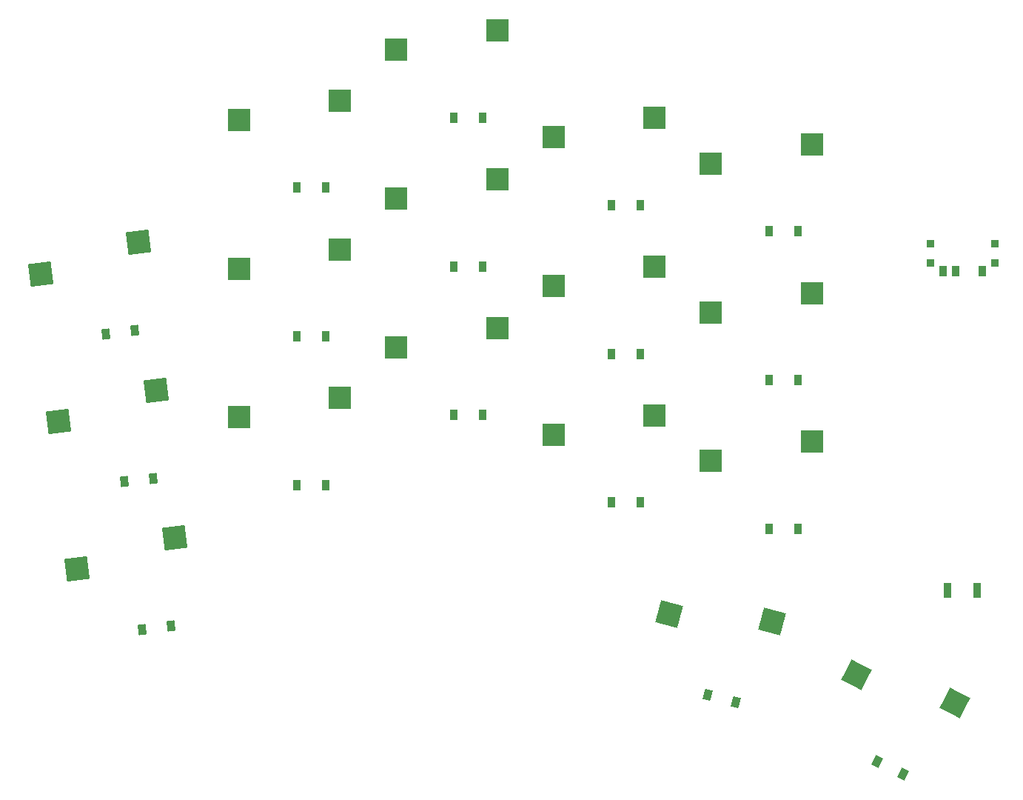
<source format=gbr>
%TF.GenerationSoftware,KiCad,Pcbnew,7.0.11*%
%TF.CreationDate,2024-03-03T11:22:05+13:00*%
%TF.ProjectId,socius-choc-v1,736f6369-7573-42d6-9368-6f632d76312e,v1.0.0*%
%TF.SameCoordinates,Original*%
%TF.FileFunction,Paste,Top*%
%TF.FilePolarity,Positive*%
%FSLAX46Y46*%
G04 Gerber Fmt 4.6, Leading zero omitted, Abs format (unit mm)*
G04 Created by KiCad (PCBNEW 7.0.11) date 2024-03-03 11:22:05*
%MOMM*%
%LPD*%
G01*
G04 APERTURE LIST*
G04 Aperture macros list*
%AMRotRect*
0 Rectangle, with rotation*
0 The origin of the aperture is its center*
0 $1 length*
0 $2 width*
0 $3 Rotation angle, in degrees counterclockwise*
0 Add horizontal line*
21,1,$1,$2,0,0,$3*%
G04 Aperture macros list end*
%ADD10R,2.600000X2.600000*%
%ADD11RotRect,2.600000X2.600000X7.000000*%
%ADD12RotRect,2.600000X2.600000X345.000000*%
%ADD13RotRect,2.600000X2.600000X333.000000*%
%ADD14RotRect,0.900000X1.200000X7.000000*%
%ADD15R,0.900000X1.200000*%
%ADD16RotRect,0.900000X1.200000X345.000000*%
%ADD17RotRect,0.900000X1.200000X333.000000*%
%ADD18R,0.900000X0.900000*%
%ADD19R,0.900000X1.250000*%
%ADD20R,0.900000X1.700000*%
G04 APERTURE END LIST*
D10*
%TO.C,S14*%
X237436190Y-131559898D03*
X225886190Y-133759898D03*
%TD*%
D11*
%TO.C,S1*%
X164541908Y-159538158D03*
X153346113Y-163129351D03*
%TD*%
%TO.C,S2*%
X162470133Y-142664872D03*
X151274338Y-146256065D03*
%TD*%
%TO.C,S3*%
X160398355Y-125791590D03*
X149202560Y-129382783D03*
%TD*%
D10*
%TO.C,S4*%
X183436196Y-143559899D03*
X171886196Y-145759899D03*
%TD*%
%TO.C,S5*%
X183436198Y-126559899D03*
X171886198Y-128759899D03*
%TD*%
%TO.C,S6*%
X183436202Y-109559899D03*
X171886202Y-111759899D03*
%TD*%
%TO.C,S7*%
X201436198Y-135559898D03*
X189886198Y-137759898D03*
%TD*%
%TO.C,S8*%
X201436195Y-118559895D03*
X189886195Y-120759895D03*
%TD*%
%TO.C,S9*%
X201436196Y-101559897D03*
X189886196Y-103759897D03*
%TD*%
%TO.C,S10*%
X219436199Y-145559903D03*
X207886199Y-147759903D03*
%TD*%
%TO.C,S11*%
X219436199Y-128559900D03*
X207886199Y-130759900D03*
%TD*%
%TO.C,S12*%
X219436192Y-111559901D03*
X207886192Y-113759901D03*
%TD*%
%TO.C,S13*%
X237436196Y-148559900D03*
X225886196Y-150759900D03*
%TD*%
%TO.C,S15*%
X237436201Y-114559898D03*
X225886201Y-116759898D03*
%TD*%
D12*
%TO.C,S16*%
X232864576Y-169110275D03*
X221138731Y-168245952D03*
%TD*%
D13*
%TO.C,S17*%
X253823195Y-178451952D03*
X242533290Y-175168576D03*
%TD*%
D14*
%TO.C,D1*%
X160866221Y-170014203D03*
X164141623Y-169612035D03*
%TD*%
%TO.C,D2*%
X158794439Y-153140920D03*
X162069841Y-152738752D03*
%TD*%
%TO.C,D3*%
X156722667Y-136267634D03*
X159998069Y-135865466D03*
%TD*%
D15*
%TO.C,D4*%
X178511196Y-153509899D03*
X181811196Y-153509899D03*
%TD*%
%TO.C,D5*%
X178511195Y-136509900D03*
X181811195Y-136509900D03*
%TD*%
%TO.C,D6*%
X178511194Y-119509898D03*
X181811194Y-119509898D03*
%TD*%
%TO.C,D7*%
X196511197Y-145509899D03*
X199811197Y-145509899D03*
%TD*%
%TO.C,D8*%
X196511199Y-128509898D03*
X199811199Y-128509898D03*
%TD*%
%TO.C,D9*%
X196511198Y-111509900D03*
X199811198Y-111509900D03*
%TD*%
%TO.C,D10*%
X214511192Y-155509899D03*
X217811192Y-155509899D03*
%TD*%
%TO.C,D11*%
X214511196Y-138509903D03*
X217811196Y-138509903D03*
%TD*%
%TO.C,D12*%
X214511197Y-121509905D03*
X217811197Y-121509905D03*
%TD*%
%TO.C,D13*%
X232511195Y-158509898D03*
X235811195Y-158509898D03*
%TD*%
%TO.C,D14*%
X232511199Y-141509905D03*
X235811199Y-141509905D03*
%TD*%
%TO.C,D15*%
X232511195Y-124509901D03*
X235811195Y-124509901D03*
%TD*%
D16*
%TO.C,D16*%
X225532141Y-177446549D03*
X228719697Y-178300651D03*
%TD*%
D17*
%TO.C,D17*%
X244917782Y-185081563D03*
X247858104Y-186579731D03*
%TD*%
D18*
%TO.C,T1*%
X258361195Y-125909901D03*
X258361195Y-128109901D03*
X250961195Y-128109901D03*
X250961195Y-125909901D03*
D19*
X256911195Y-129084901D03*
X253911195Y-129084901D03*
X252411195Y-129084901D03*
%TD*%
D20*
%TO.C,*%
X252961199Y-165509899D03*
X256361199Y-165509899D03*
%TD*%
M02*

</source>
